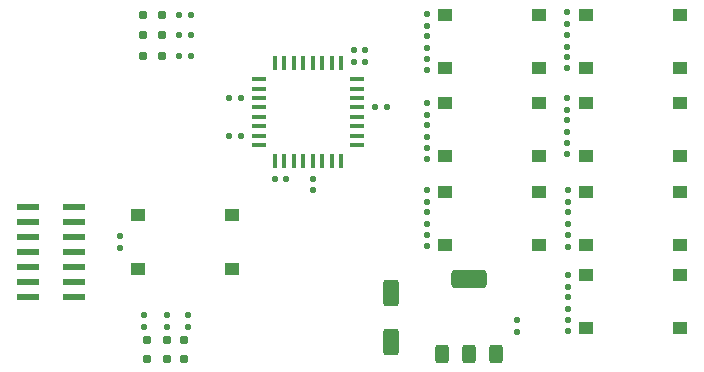
<source format=gbr>
%TF.GenerationSoftware,KiCad,Pcbnew,8.0.1-8.0.1-1~ubuntu22.04.1*%
%TF.CreationDate,2024-04-06T12:43:47+02:00*%
%TF.ProjectId,ProjetCorps,50726f6a-6574-4436-9f72-70732e6b6963,rev?*%
%TF.SameCoordinates,Original*%
%TF.FileFunction,Paste,Top*%
%TF.FilePolarity,Positive*%
%FSLAX46Y46*%
G04 Gerber Fmt 4.6, Leading zero omitted, Abs format (unit mm)*
G04 Created by KiCad (PCBNEW 8.0.1-8.0.1-1~ubuntu22.04.1) date 2024-04-06 12:43:47*
%MOMM*%
%LPD*%
G01*
G04 APERTURE LIST*
G04 Aperture macros list*
%AMRoundRect*
0 Rectangle with rounded corners*
0 $1 Rounding radius*
0 $2 $3 $4 $5 $6 $7 $8 $9 X,Y pos of 4 corners*
0 Add a 4 corners polygon primitive as box body*
4,1,4,$2,$3,$4,$5,$6,$7,$8,$9,$2,$3,0*
0 Add four circle primitives for the rounded corners*
1,1,$1+$1,$2,$3*
1,1,$1+$1,$4,$5*
1,1,$1+$1,$6,$7*
1,1,$1+$1,$8,$9*
0 Add four rect primitives between the rounded corners*
20,1,$1+$1,$2,$3,$4,$5,0*
20,1,$1+$1,$4,$5,$6,$7,0*
20,1,$1+$1,$6,$7,$8,$9,0*
20,1,$1+$1,$8,$9,$2,$3,0*%
G04 Aperture macros list end*
%ADD10RoundRect,0.108000X-0.148000X0.108000X-0.148000X-0.108000X0.148000X-0.108000X0.148000X0.108000X0*%
%ADD11R,1.240000X1.040000*%
%ADD12RoundRect,0.300000X0.300000X-0.500000X0.300000X0.500000X-0.300000X0.500000X-0.300000X-0.500000X0*%
%ADD13RoundRect,0.400000X1.120000X-0.400000X1.120000X0.400000X-1.120000X0.400000X-1.120000X-0.400000X0*%
%ADD14RoundRect,0.112000X-0.136000X0.112000X-0.136000X-0.112000X0.136000X-0.112000X0.136000X0.112000X0*%
%ADD15RoundRect,0.108000X0.108000X0.148000X-0.108000X0.148000X-0.108000X-0.148000X0.108000X-0.148000X0*%
%ADD16RoundRect,0.175000X-0.175000X-0.205000X0.175000X-0.205000X0.175000X0.205000X-0.175000X0.205000X0*%
%ADD17R,1.920000X0.592000*%
%ADD18RoundRect,0.200000X-0.440000X0.910000X-0.440000X-0.910000X0.440000X-0.910000X0.440000X0.910000X0*%
%ADD19RoundRect,0.112000X0.136000X-0.112000X0.136000X0.112000X-0.136000X0.112000X-0.136000X-0.112000X0*%
%ADD20RoundRect,0.175000X0.205000X-0.175000X0.205000X0.175000X-0.205000X0.175000X-0.205000X-0.175000X0*%
%ADD21RoundRect,0.100000X0.100000X-0.500000X0.100000X0.500000X-0.100000X0.500000X-0.100000X-0.500000X0*%
%ADD22RoundRect,0.100000X0.500000X-0.100000X0.500000X0.100000X-0.500000X0.100000X-0.500000X-0.100000X0*%
%ADD23RoundRect,0.112000X-0.112000X-0.136000X0.112000X-0.136000X0.112000X0.136000X-0.112000X0.136000X0*%
%ADD24RoundRect,0.108000X-0.108000X-0.148000X0.108000X-0.148000X0.108000X0.148000X-0.108000X0.148000X0*%
G04 APERTURE END LIST*
D10*
%TO.C,R202*%
X154500000Y-77600000D03*
X154500000Y-78620000D03*
%TD*%
D11*
%TO.C,SW601*%
X144025000Y-70250000D03*
X151975000Y-70250000D03*
X144025000Y-74750000D03*
X151975000Y-74750000D03*
%TD*%
%TO.C,SW401*%
X156025000Y-62750000D03*
X163975000Y-62750000D03*
X156025000Y-67250000D03*
X163975000Y-67250000D03*
%TD*%
D10*
%TO.C,R602*%
X142500000Y-70240000D03*
X142500000Y-71260000D03*
%TD*%
D11*
%TO.C,SW102*%
X118025000Y-79750000D03*
X125975000Y-79750000D03*
X118025000Y-84250000D03*
X125975000Y-84250000D03*
%TD*%
D12*
%TO.C,U103*%
X143750000Y-91450000D03*
X146050000Y-91450000D03*
D13*
X146050000Y-85150000D03*
D12*
X148350000Y-91450000D03*
%TD*%
D14*
%TO.C,C101*%
X137300000Y-65770000D03*
X137300000Y-66730000D03*
%TD*%
D10*
%TO.C,R109*%
X122250000Y-88140000D03*
X122250000Y-89160000D03*
%TD*%
D15*
%TO.C,R103*%
X122547500Y-66250000D03*
X121527500Y-66250000D03*
%TD*%
D14*
%TO.C,C103*%
X136300000Y-65770000D03*
X136300000Y-66730000D03*
%TD*%
D16*
%TO.C,D102*%
X118500000Y-64500000D03*
X120075000Y-64500000D03*
%TD*%
D14*
%TO.C,C201*%
X154500000Y-81420000D03*
X154500000Y-82380000D03*
%TD*%
D17*
%TO.C,J105*%
X108750000Y-79000000D03*
X112650000Y-79000000D03*
X108750000Y-80270000D03*
X112650000Y-80270000D03*
X108750000Y-81540000D03*
X112650000Y-81540000D03*
X108750000Y-82810000D03*
X112650000Y-82810000D03*
X108750000Y-84080000D03*
X112650000Y-84080000D03*
X108750000Y-85350000D03*
X112650000Y-85350000D03*
X108750000Y-86620000D03*
X112650000Y-86620000D03*
%TD*%
D14*
%TO.C,C104*%
X132900000Y-76670000D03*
X132900000Y-77630000D03*
%TD*%
D18*
%TO.C,C107*%
X139450000Y-86325000D03*
X139450000Y-90450000D03*
%TD*%
D11*
%TO.C,SW701*%
X144025000Y-62750000D03*
X151975000Y-62750000D03*
X144025000Y-67250000D03*
X151975000Y-67250000D03*
%TD*%
D19*
%TO.C,C106*%
X150150000Y-89580000D03*
X150150000Y-88620000D03*
%TD*%
D20*
%TO.C,D105*%
X120480000Y-91887500D03*
X120480000Y-90312500D03*
%TD*%
D14*
%TO.C,C401*%
X154400000Y-66320000D03*
X154400000Y-67280000D03*
%TD*%
D15*
%TO.C,R106*%
X126810000Y-73000000D03*
X125790000Y-73000000D03*
%TD*%
D16*
%TO.C,D101*%
X118500000Y-66250000D03*
X120075000Y-66250000D03*
%TD*%
D10*
%TO.C,R702*%
X142502500Y-62670000D03*
X142502500Y-63690000D03*
%TD*%
D15*
%TO.C,R105*%
X122547500Y-62750000D03*
X121527500Y-62750000D03*
%TD*%
D10*
%TO.C,R701*%
X142500000Y-64580000D03*
X142500000Y-65600000D03*
%TD*%
%TO.C,R201*%
X154500000Y-79490000D03*
X154500000Y-80510000D03*
%TD*%
D20*
%TO.C,D104*%
X118800000Y-91887500D03*
X118800000Y-90312500D03*
%TD*%
D10*
%TO.C,R302*%
X154400000Y-69790000D03*
X154400000Y-70810000D03*
%TD*%
%TO.C,R801*%
X154500000Y-86650000D03*
X154500000Y-87670000D03*
%TD*%
%TO.C,R402*%
X154400000Y-62540000D03*
X154400000Y-63560000D03*
%TD*%
D14*
%TO.C,C501*%
X142500000Y-81360000D03*
X142500000Y-82320000D03*
%TD*%
%TO.C,C801*%
X154500000Y-88600000D03*
X154500000Y-89560000D03*
%TD*%
D20*
%TO.C,D106*%
X121980000Y-91887500D03*
X121980000Y-90312500D03*
%TD*%
D10*
%TO.C,R108*%
X120500000Y-88140000D03*
X120500000Y-89160000D03*
%TD*%
%TO.C,R502*%
X142510000Y-77600000D03*
X142510000Y-78620000D03*
%TD*%
%TO.C,R802*%
X154500000Y-84760000D03*
X154500000Y-85780000D03*
%TD*%
D21*
%TO.C,U101*%
X129650000Y-75175000D03*
X130450000Y-75175000D03*
X131250000Y-75175000D03*
X132050000Y-75175000D03*
X132850000Y-75175000D03*
X133650000Y-75175000D03*
X134450000Y-75175000D03*
X135250000Y-75175000D03*
D22*
X136625000Y-73800000D03*
X136625000Y-73000000D03*
X136625000Y-72200000D03*
X136625000Y-71400000D03*
X136625000Y-70600000D03*
X136625000Y-69800000D03*
X136625000Y-69000000D03*
X136625000Y-68200000D03*
D21*
X135250000Y-66825000D03*
X134450000Y-66825000D03*
X133650000Y-66825000D03*
X132850000Y-66825000D03*
X132050000Y-66825000D03*
X131250000Y-66825000D03*
X130450000Y-66825000D03*
X129650000Y-66825000D03*
D22*
X128275000Y-68200000D03*
X128275000Y-69000000D03*
X128275000Y-69800000D03*
X128275000Y-70600000D03*
X128275000Y-71400000D03*
X128275000Y-72200000D03*
X128275000Y-73000000D03*
X128275000Y-73800000D03*
%TD*%
D10*
%TO.C,R501*%
X142500000Y-79490000D03*
X142500000Y-80510000D03*
%TD*%
D16*
%TO.C,D103*%
X118500000Y-62750000D03*
X120075000Y-62750000D03*
%TD*%
D10*
%TO.C,R301*%
X154400000Y-71690000D03*
X154400000Y-72710000D03*
%TD*%
%TO.C,R401*%
X154400000Y-64440000D03*
X154400000Y-65460000D03*
%TD*%
%TO.C,R107*%
X118550000Y-88140000D03*
X118550000Y-89160000D03*
%TD*%
D11*
%TO.C,SW801*%
X156025000Y-84750000D03*
X163975000Y-84750000D03*
X156025000Y-89250000D03*
X163975000Y-89250000D03*
%TD*%
D14*
%TO.C,C301*%
X154400000Y-73590000D03*
X154400000Y-74550000D03*
%TD*%
D10*
%TO.C,R601*%
X142500000Y-72100000D03*
X142500000Y-73120000D03*
%TD*%
D11*
%TO.C,SW501*%
X144025000Y-77750000D03*
X151975000Y-77750000D03*
X144025000Y-82250000D03*
X151975000Y-82250000D03*
%TD*%
%TO.C,SW201*%
X156025000Y-77750000D03*
X163975000Y-77750000D03*
X156025000Y-82250000D03*
X163975000Y-82250000D03*
%TD*%
D23*
%TO.C,C102*%
X129640000Y-76650000D03*
X130600000Y-76650000D03*
%TD*%
D15*
%TO.C,R104*%
X122547500Y-64500000D03*
X121527500Y-64500000D03*
%TD*%
D11*
%TO.C,SW301*%
X156025000Y-70250000D03*
X163975000Y-70250000D03*
X156025000Y-74750000D03*
X163975000Y-74750000D03*
%TD*%
D14*
%TO.C,C701*%
X142500000Y-66490000D03*
X142500000Y-67450000D03*
%TD*%
D24*
%TO.C,R102*%
X125790000Y-69800000D03*
X126810000Y-69800000D03*
%TD*%
D14*
%TO.C,C105*%
X116500000Y-81520000D03*
X116500000Y-82480000D03*
%TD*%
%TO.C,C601*%
X142500000Y-74000000D03*
X142500000Y-74960000D03*
%TD*%
D15*
%TO.C,R101*%
X139110000Y-70600000D03*
X138090000Y-70600000D03*
%TD*%
M02*

</source>
